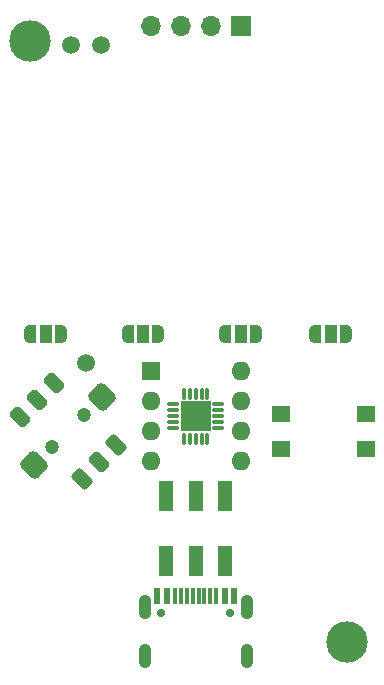
<source format=gbr>
%TF.GenerationSoftware,KiCad,Pcbnew,(6.0.6)*%
%TF.CreationDate,2022-09-17T14:28:24+02:00*%
%TF.ProjectId,Tiny handheld,54696e79-2068-4616-9e64-68656c642e6b,1.0*%
%TF.SameCoordinates,Original*%
%TF.FileFunction,Soldermask,Top*%
%TF.FilePolarity,Negative*%
%FSLAX46Y46*%
G04 Gerber Fmt 4.6, Leading zero omitted, Abs format (unit mm)*
G04 Created by KiCad (PCBNEW (6.0.6)) date 2022-09-17 14:28:24*
%MOMM*%
%LPD*%
G01*
G04 APERTURE LIST*
G04 Aperture macros list*
%AMRoundRect*
0 Rectangle with rounded corners*
0 $1 Rounding radius*
0 $2 $3 $4 $5 $6 $7 $8 $9 X,Y pos of 4 corners*
0 Add a 4 corners polygon primitive as box body*
4,1,4,$2,$3,$4,$5,$6,$7,$8,$9,$2,$3,0*
0 Add four circle primitives for the rounded corners*
1,1,$1+$1,$2,$3*
1,1,$1+$1,$4,$5*
1,1,$1+$1,$6,$7*
1,1,$1+$1,$8,$9*
0 Add four rect primitives between the rounded corners*
20,1,$1+$1,$2,$3,$4,$5,0*
20,1,$1+$1,$4,$5,$6,$7,0*
20,1,$1+$1,$6,$7,$8,$9,0*
20,1,$1+$1,$8,$9,$2,$3,0*%
%AMFreePoly0*
4,1,20,0.000000,0.744959,0.073905,0.744508,0.209726,0.703889,0.328688,0.626782,0.421226,0.519385,0.479903,0.390333,0.500000,0.250000,0.500000,-0.250000,0.499851,-0.262216,0.476331,-0.402017,0.414519,-0.529596,0.319384,-0.634700,0.198574,-0.708877,0.061801,-0.746166,0.000000,-0.745033,0.000000,-0.750000,-0.550000,-0.750000,-0.550000,0.750000,0.000000,0.750000,0.000000,0.744959,
0.000000,0.744959,$1*%
%AMFreePoly1*
4,1,22,0.550000,-0.750000,0.000000,-0.750000,0.000000,-0.745033,-0.079941,-0.743568,-0.215256,-0.701293,-0.333266,-0.622738,-0.424486,-0.514219,-0.481581,-0.384460,-0.499164,-0.250000,-0.500000,-0.250000,-0.500000,0.250000,-0.499164,0.250000,-0.499963,0.256109,-0.478152,0.396186,-0.417904,0.524511,-0.324060,0.630769,-0.204165,0.706417,-0.067858,0.745374,0.000000,0.744959,0.000000,0.750000,
0.550000,0.750000,0.550000,-0.750000,0.550000,-0.750000,$1*%
G04 Aperture macros list end*
%ADD10C,3.500000*%
%ADD11C,1.508000*%
%ADD12FreePoly0,0.000000*%
%ADD13R,1.000000X1.500000*%
%ADD14FreePoly1,0.000000*%
%ADD15O,1.700000X1.700000*%
%ADD16R,1.700000X1.700000*%
%ADD17R,1.200000X2.500000*%
%ADD18R,2.600000X2.600000*%
%ADD19RoundRect,0.007800X0.122200X-0.437200X0.122200X0.437200X-0.122200X0.437200X-0.122200X-0.437200X0*%
%ADD20RoundRect,0.007800X-0.437200X-0.122200X0.437200X-0.122200X0.437200X0.122200X-0.437200X0.122200X0*%
%ADD21O,1.600000X1.600000*%
%ADD22R,1.600000X1.600000*%
%ADD23R,1.600000X1.400000*%
%ADD24RoundRect,0.269875X0.246957X-0.628618X0.628618X-0.246957X-0.246957X0.628618X-0.628618X0.246957X0*%
%ADD25RoundRect,0.285750X0.224506X-0.628618X0.628618X-0.224506X-0.224506X0.628618X-0.628618X0.224506X0*%
%ADD26RoundRect,0.460375X0.067352X-0.718420X0.718420X-0.067352X-0.067352X0.718420X-0.718420X0.067352X0*%
%ADD27C,1.200000*%
%ADD28O,1.050000X2.100000*%
%ADD29R,0.300000X1.450000*%
%ADD30R,0.600000X1.450000*%
%ADD31C,0.700000*%
G04 APERTURE END LIST*
D10*
%TO.C,REF\u002A\u002A*%
X163770000Y-127000000D03*
%TD*%
%TO.C,REF\u002A\u002A*%
X136950000Y-76110000D03*
%TD*%
D11*
%TO.C,BT1*%
X141668000Y-103358000D03*
X142938000Y-76458000D03*
X140398000Y-76458000D03*
%TD*%
D12*
%TO.C,JP1*%
X163718000Y-100913000D03*
D13*
X162418000Y-100913000D03*
D14*
X161118000Y-100913000D03*
%TD*%
D15*
%TO.C,J1*%
X147168000Y-74878000D03*
X149708000Y-74878000D03*
X152248000Y-74878000D03*
D16*
X154788000Y-74878000D03*
%TD*%
D17*
%TO.C,S3*%
X148488000Y-120173000D03*
X150988000Y-120173000D03*
X153488000Y-120173000D03*
X148488000Y-114673000D03*
X150988000Y-114673000D03*
X153488000Y-114673000D03*
%TD*%
D12*
%TO.C,JP3*%
X147843000Y-100913000D03*
D13*
X146543000Y-100913000D03*
D14*
X145243000Y-100913000D03*
%TD*%
D18*
%TO.C,U2*%
X150988000Y-107898000D03*
D19*
X149988000Y-105988000D03*
X150488000Y-105988000D03*
X150988000Y-105988000D03*
X151488000Y-105988000D03*
X151988000Y-105988000D03*
D20*
X152898000Y-106898000D03*
X152898000Y-107398000D03*
X152898000Y-107898000D03*
X152898000Y-108398000D03*
X152898000Y-108898000D03*
D19*
X151988000Y-109808000D03*
X151488000Y-109808000D03*
X150988000Y-109808000D03*
X150488000Y-109808000D03*
X149988000Y-109808000D03*
D20*
X149078000Y-108898000D03*
X149078000Y-108398000D03*
X149078000Y-107898000D03*
X149078000Y-107398000D03*
X149078000Y-106898000D03*
%TD*%
D21*
%TO.C,U1*%
X154808000Y-104098000D03*
X154808000Y-106638000D03*
X154808000Y-109178000D03*
X154808000Y-111718000D03*
X147188000Y-111718000D03*
X147188000Y-109178000D03*
X147188000Y-106638000D03*
D22*
X147188000Y-104098000D03*
%TD*%
D12*
%TO.C,JP4*%
X139588000Y-100913000D03*
D13*
X138288000Y-100913000D03*
D14*
X136988000Y-100913000D03*
%TD*%
D12*
%TO.C,JP2*%
X156098000Y-100913000D03*
D13*
X154798000Y-100913000D03*
D14*
X153498000Y-100913000D03*
%TD*%
D23*
%TO.C,S1*%
X158183000Y-107668000D03*
X165383000Y-107668000D03*
X158183000Y-110668000D03*
X165383000Y-110668000D03*
%TD*%
D24*
%TO.C,S2*%
X137580789Y-106555789D03*
X139017630Y-105118948D03*
X142789337Y-111764337D03*
D25*
X144226178Y-110327496D03*
D24*
X136143948Y-107992630D03*
D25*
X141352496Y-113201178D03*
D26*
X143058745Y-106286381D03*
X137311381Y-112033745D03*
D27*
X138838025Y-110507101D03*
X141532101Y-107813025D03*
%TD*%
D28*
%TO.C,J3*%
X155308000Y-128218000D03*
X146668000Y-128218000D03*
X155308000Y-124038000D03*
X146668000Y-124038000D03*
D29*
X149238000Y-123123000D03*
X150238000Y-123123000D03*
X151738000Y-123123000D03*
X152738000Y-123123000D03*
D30*
X153438000Y-123123000D03*
X154238000Y-123123000D03*
D29*
X152238000Y-123123000D03*
X151238000Y-123123000D03*
X150738000Y-123123000D03*
X149738000Y-123123000D03*
D30*
X148538000Y-123123000D03*
X147738000Y-123123000D03*
D31*
X148098000Y-124568000D03*
X153878000Y-124568000D03*
%TD*%
M02*

</source>
